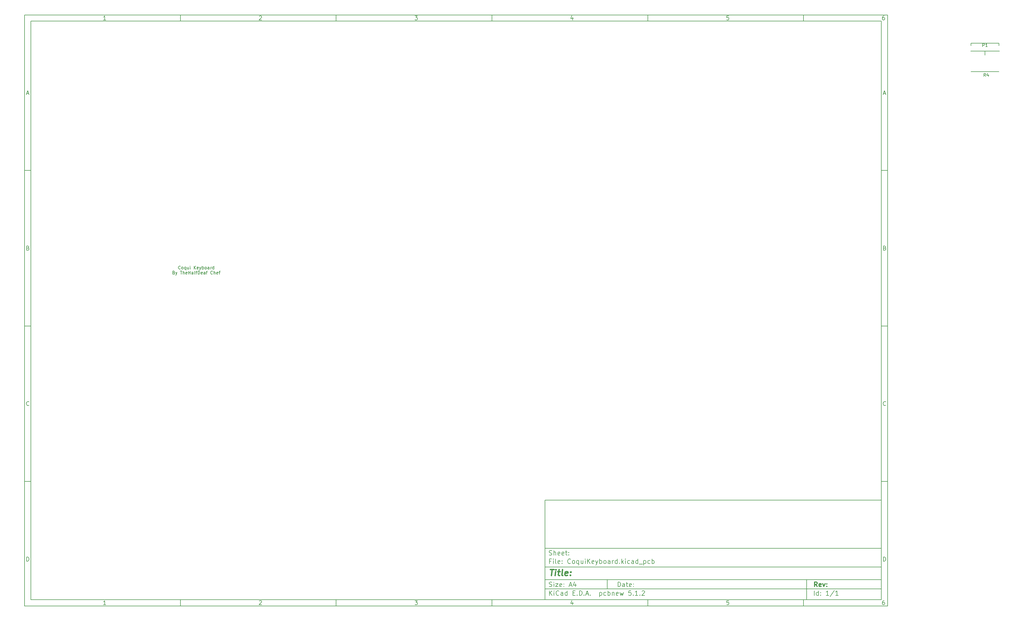
<source format=gbr>
%TF.GenerationSoftware,KiCad,Pcbnew,5.1.2*%
%TF.CreationDate,2019-06-09T19:24:23-04:00*%
%TF.ProjectId,CoquiKeyboard,436f7175-694b-4657-9962-6f6172642e6b,rev?*%
%TF.SameCoordinates,Original*%
%TF.FileFunction,Legend,Top*%
%TF.FilePolarity,Positive*%
%FSLAX46Y46*%
G04 Gerber Fmt 4.6, Leading zero omitted, Abs format (unit mm)*
G04 Created by KiCad (PCBNEW 5.1.2) date 2019-06-09 19:24:23*
%MOMM*%
%LPD*%
G04 APERTURE LIST*
%ADD10C,0.100000*%
%ADD11C,0.150000*%
%ADD12C,0.300000*%
%ADD13C,0.400000*%
G04 APERTURE END LIST*
D10*
D11*
X177002200Y-166007200D02*
X177002200Y-198007200D01*
X285002200Y-198007200D01*
X285002200Y-166007200D01*
X177002200Y-166007200D01*
D10*
D11*
X10000000Y-10000000D02*
X10000000Y-200007200D01*
X287002200Y-200007200D01*
X287002200Y-10000000D01*
X10000000Y-10000000D01*
D10*
D11*
X12000000Y-12000000D02*
X12000000Y-198007200D01*
X285002200Y-198007200D01*
X285002200Y-12000000D01*
X12000000Y-12000000D01*
D10*
D11*
X60000000Y-12000000D02*
X60000000Y-10000000D01*
D10*
D11*
X110000000Y-12000000D02*
X110000000Y-10000000D01*
D10*
D11*
X160000000Y-12000000D02*
X160000000Y-10000000D01*
D10*
D11*
X210000000Y-12000000D02*
X210000000Y-10000000D01*
D10*
D11*
X260000000Y-12000000D02*
X260000000Y-10000000D01*
D10*
D11*
X36065476Y-11588095D02*
X35322619Y-11588095D01*
X35694047Y-11588095D02*
X35694047Y-10288095D01*
X35570238Y-10473809D01*
X35446428Y-10597619D01*
X35322619Y-10659523D01*
D10*
D11*
X85322619Y-10411904D02*
X85384523Y-10350000D01*
X85508333Y-10288095D01*
X85817857Y-10288095D01*
X85941666Y-10350000D01*
X86003571Y-10411904D01*
X86065476Y-10535714D01*
X86065476Y-10659523D01*
X86003571Y-10845238D01*
X85260714Y-11588095D01*
X86065476Y-11588095D01*
D10*
D11*
X135260714Y-10288095D02*
X136065476Y-10288095D01*
X135632142Y-10783333D01*
X135817857Y-10783333D01*
X135941666Y-10845238D01*
X136003571Y-10907142D01*
X136065476Y-11030952D01*
X136065476Y-11340476D01*
X136003571Y-11464285D01*
X135941666Y-11526190D01*
X135817857Y-11588095D01*
X135446428Y-11588095D01*
X135322619Y-11526190D01*
X135260714Y-11464285D01*
D10*
D11*
X185941666Y-10721428D02*
X185941666Y-11588095D01*
X185632142Y-10226190D02*
X185322619Y-11154761D01*
X186127380Y-11154761D01*
D10*
D11*
X236003571Y-10288095D02*
X235384523Y-10288095D01*
X235322619Y-10907142D01*
X235384523Y-10845238D01*
X235508333Y-10783333D01*
X235817857Y-10783333D01*
X235941666Y-10845238D01*
X236003571Y-10907142D01*
X236065476Y-11030952D01*
X236065476Y-11340476D01*
X236003571Y-11464285D01*
X235941666Y-11526190D01*
X235817857Y-11588095D01*
X235508333Y-11588095D01*
X235384523Y-11526190D01*
X235322619Y-11464285D01*
D10*
D11*
X285941666Y-10288095D02*
X285694047Y-10288095D01*
X285570238Y-10350000D01*
X285508333Y-10411904D01*
X285384523Y-10597619D01*
X285322619Y-10845238D01*
X285322619Y-11340476D01*
X285384523Y-11464285D01*
X285446428Y-11526190D01*
X285570238Y-11588095D01*
X285817857Y-11588095D01*
X285941666Y-11526190D01*
X286003571Y-11464285D01*
X286065476Y-11340476D01*
X286065476Y-11030952D01*
X286003571Y-10907142D01*
X285941666Y-10845238D01*
X285817857Y-10783333D01*
X285570238Y-10783333D01*
X285446428Y-10845238D01*
X285384523Y-10907142D01*
X285322619Y-11030952D01*
D10*
D11*
X60000000Y-198007200D02*
X60000000Y-200007200D01*
D10*
D11*
X110000000Y-198007200D02*
X110000000Y-200007200D01*
D10*
D11*
X160000000Y-198007200D02*
X160000000Y-200007200D01*
D10*
D11*
X210000000Y-198007200D02*
X210000000Y-200007200D01*
D10*
D11*
X260000000Y-198007200D02*
X260000000Y-200007200D01*
D10*
D11*
X36065476Y-199595295D02*
X35322619Y-199595295D01*
X35694047Y-199595295D02*
X35694047Y-198295295D01*
X35570238Y-198481009D01*
X35446428Y-198604819D01*
X35322619Y-198666723D01*
D10*
D11*
X85322619Y-198419104D02*
X85384523Y-198357200D01*
X85508333Y-198295295D01*
X85817857Y-198295295D01*
X85941666Y-198357200D01*
X86003571Y-198419104D01*
X86065476Y-198542914D01*
X86065476Y-198666723D01*
X86003571Y-198852438D01*
X85260714Y-199595295D01*
X86065476Y-199595295D01*
D10*
D11*
X135260714Y-198295295D02*
X136065476Y-198295295D01*
X135632142Y-198790533D01*
X135817857Y-198790533D01*
X135941666Y-198852438D01*
X136003571Y-198914342D01*
X136065476Y-199038152D01*
X136065476Y-199347676D01*
X136003571Y-199471485D01*
X135941666Y-199533390D01*
X135817857Y-199595295D01*
X135446428Y-199595295D01*
X135322619Y-199533390D01*
X135260714Y-199471485D01*
D10*
D11*
X185941666Y-198728628D02*
X185941666Y-199595295D01*
X185632142Y-198233390D02*
X185322619Y-199161961D01*
X186127380Y-199161961D01*
D10*
D11*
X236003571Y-198295295D02*
X235384523Y-198295295D01*
X235322619Y-198914342D01*
X235384523Y-198852438D01*
X235508333Y-198790533D01*
X235817857Y-198790533D01*
X235941666Y-198852438D01*
X236003571Y-198914342D01*
X236065476Y-199038152D01*
X236065476Y-199347676D01*
X236003571Y-199471485D01*
X235941666Y-199533390D01*
X235817857Y-199595295D01*
X235508333Y-199595295D01*
X235384523Y-199533390D01*
X235322619Y-199471485D01*
D10*
D11*
X285941666Y-198295295D02*
X285694047Y-198295295D01*
X285570238Y-198357200D01*
X285508333Y-198419104D01*
X285384523Y-198604819D01*
X285322619Y-198852438D01*
X285322619Y-199347676D01*
X285384523Y-199471485D01*
X285446428Y-199533390D01*
X285570238Y-199595295D01*
X285817857Y-199595295D01*
X285941666Y-199533390D01*
X286003571Y-199471485D01*
X286065476Y-199347676D01*
X286065476Y-199038152D01*
X286003571Y-198914342D01*
X285941666Y-198852438D01*
X285817857Y-198790533D01*
X285570238Y-198790533D01*
X285446428Y-198852438D01*
X285384523Y-198914342D01*
X285322619Y-199038152D01*
D10*
D11*
X10000000Y-60000000D02*
X12000000Y-60000000D01*
D10*
D11*
X10000000Y-110000000D02*
X12000000Y-110000000D01*
D10*
D11*
X10000000Y-160000000D02*
X12000000Y-160000000D01*
D10*
D11*
X10690476Y-35216666D02*
X11309523Y-35216666D01*
X10566666Y-35588095D02*
X11000000Y-34288095D01*
X11433333Y-35588095D01*
D10*
D11*
X11092857Y-84907142D02*
X11278571Y-84969047D01*
X11340476Y-85030952D01*
X11402380Y-85154761D01*
X11402380Y-85340476D01*
X11340476Y-85464285D01*
X11278571Y-85526190D01*
X11154761Y-85588095D01*
X10659523Y-85588095D01*
X10659523Y-84288095D01*
X11092857Y-84288095D01*
X11216666Y-84350000D01*
X11278571Y-84411904D01*
X11340476Y-84535714D01*
X11340476Y-84659523D01*
X11278571Y-84783333D01*
X11216666Y-84845238D01*
X11092857Y-84907142D01*
X10659523Y-84907142D01*
D10*
D11*
X11402380Y-135464285D02*
X11340476Y-135526190D01*
X11154761Y-135588095D01*
X11030952Y-135588095D01*
X10845238Y-135526190D01*
X10721428Y-135402380D01*
X10659523Y-135278571D01*
X10597619Y-135030952D01*
X10597619Y-134845238D01*
X10659523Y-134597619D01*
X10721428Y-134473809D01*
X10845238Y-134350000D01*
X11030952Y-134288095D01*
X11154761Y-134288095D01*
X11340476Y-134350000D01*
X11402380Y-134411904D01*
D10*
D11*
X10659523Y-185588095D02*
X10659523Y-184288095D01*
X10969047Y-184288095D01*
X11154761Y-184350000D01*
X11278571Y-184473809D01*
X11340476Y-184597619D01*
X11402380Y-184845238D01*
X11402380Y-185030952D01*
X11340476Y-185278571D01*
X11278571Y-185402380D01*
X11154761Y-185526190D01*
X10969047Y-185588095D01*
X10659523Y-185588095D01*
D10*
D11*
X287002200Y-60000000D02*
X285002200Y-60000000D01*
D10*
D11*
X287002200Y-110000000D02*
X285002200Y-110000000D01*
D10*
D11*
X287002200Y-160000000D02*
X285002200Y-160000000D01*
D10*
D11*
X285692676Y-35216666D02*
X286311723Y-35216666D01*
X285568866Y-35588095D02*
X286002200Y-34288095D01*
X286435533Y-35588095D01*
D10*
D11*
X286095057Y-84907142D02*
X286280771Y-84969047D01*
X286342676Y-85030952D01*
X286404580Y-85154761D01*
X286404580Y-85340476D01*
X286342676Y-85464285D01*
X286280771Y-85526190D01*
X286156961Y-85588095D01*
X285661723Y-85588095D01*
X285661723Y-84288095D01*
X286095057Y-84288095D01*
X286218866Y-84350000D01*
X286280771Y-84411904D01*
X286342676Y-84535714D01*
X286342676Y-84659523D01*
X286280771Y-84783333D01*
X286218866Y-84845238D01*
X286095057Y-84907142D01*
X285661723Y-84907142D01*
D10*
D11*
X286404580Y-135464285D02*
X286342676Y-135526190D01*
X286156961Y-135588095D01*
X286033152Y-135588095D01*
X285847438Y-135526190D01*
X285723628Y-135402380D01*
X285661723Y-135278571D01*
X285599819Y-135030952D01*
X285599819Y-134845238D01*
X285661723Y-134597619D01*
X285723628Y-134473809D01*
X285847438Y-134350000D01*
X286033152Y-134288095D01*
X286156961Y-134288095D01*
X286342676Y-134350000D01*
X286404580Y-134411904D01*
D10*
D11*
X285661723Y-185588095D02*
X285661723Y-184288095D01*
X285971247Y-184288095D01*
X286156961Y-184350000D01*
X286280771Y-184473809D01*
X286342676Y-184597619D01*
X286404580Y-184845238D01*
X286404580Y-185030952D01*
X286342676Y-185278571D01*
X286280771Y-185402380D01*
X286156961Y-185526190D01*
X285971247Y-185588095D01*
X285661723Y-185588095D01*
D10*
D11*
X200434342Y-193785771D02*
X200434342Y-192285771D01*
X200791485Y-192285771D01*
X201005771Y-192357200D01*
X201148628Y-192500057D01*
X201220057Y-192642914D01*
X201291485Y-192928628D01*
X201291485Y-193142914D01*
X201220057Y-193428628D01*
X201148628Y-193571485D01*
X201005771Y-193714342D01*
X200791485Y-193785771D01*
X200434342Y-193785771D01*
X202577200Y-193785771D02*
X202577200Y-193000057D01*
X202505771Y-192857200D01*
X202362914Y-192785771D01*
X202077200Y-192785771D01*
X201934342Y-192857200D01*
X202577200Y-193714342D02*
X202434342Y-193785771D01*
X202077200Y-193785771D01*
X201934342Y-193714342D01*
X201862914Y-193571485D01*
X201862914Y-193428628D01*
X201934342Y-193285771D01*
X202077200Y-193214342D01*
X202434342Y-193214342D01*
X202577200Y-193142914D01*
X203077200Y-192785771D02*
X203648628Y-192785771D01*
X203291485Y-192285771D02*
X203291485Y-193571485D01*
X203362914Y-193714342D01*
X203505771Y-193785771D01*
X203648628Y-193785771D01*
X204720057Y-193714342D02*
X204577200Y-193785771D01*
X204291485Y-193785771D01*
X204148628Y-193714342D01*
X204077200Y-193571485D01*
X204077200Y-193000057D01*
X204148628Y-192857200D01*
X204291485Y-192785771D01*
X204577200Y-192785771D01*
X204720057Y-192857200D01*
X204791485Y-193000057D01*
X204791485Y-193142914D01*
X204077200Y-193285771D01*
X205434342Y-193642914D02*
X205505771Y-193714342D01*
X205434342Y-193785771D01*
X205362914Y-193714342D01*
X205434342Y-193642914D01*
X205434342Y-193785771D01*
X205434342Y-192857200D02*
X205505771Y-192928628D01*
X205434342Y-193000057D01*
X205362914Y-192928628D01*
X205434342Y-192857200D01*
X205434342Y-193000057D01*
D10*
D11*
X177002200Y-194507200D02*
X285002200Y-194507200D01*
D10*
D11*
X178434342Y-196585771D02*
X178434342Y-195085771D01*
X179291485Y-196585771D02*
X178648628Y-195728628D01*
X179291485Y-195085771D02*
X178434342Y-195942914D01*
X179934342Y-196585771D02*
X179934342Y-195585771D01*
X179934342Y-195085771D02*
X179862914Y-195157200D01*
X179934342Y-195228628D01*
X180005771Y-195157200D01*
X179934342Y-195085771D01*
X179934342Y-195228628D01*
X181505771Y-196442914D02*
X181434342Y-196514342D01*
X181220057Y-196585771D01*
X181077200Y-196585771D01*
X180862914Y-196514342D01*
X180720057Y-196371485D01*
X180648628Y-196228628D01*
X180577200Y-195942914D01*
X180577200Y-195728628D01*
X180648628Y-195442914D01*
X180720057Y-195300057D01*
X180862914Y-195157200D01*
X181077200Y-195085771D01*
X181220057Y-195085771D01*
X181434342Y-195157200D01*
X181505771Y-195228628D01*
X182791485Y-196585771D02*
X182791485Y-195800057D01*
X182720057Y-195657200D01*
X182577200Y-195585771D01*
X182291485Y-195585771D01*
X182148628Y-195657200D01*
X182791485Y-196514342D02*
X182648628Y-196585771D01*
X182291485Y-196585771D01*
X182148628Y-196514342D01*
X182077200Y-196371485D01*
X182077200Y-196228628D01*
X182148628Y-196085771D01*
X182291485Y-196014342D01*
X182648628Y-196014342D01*
X182791485Y-195942914D01*
X184148628Y-196585771D02*
X184148628Y-195085771D01*
X184148628Y-196514342D02*
X184005771Y-196585771D01*
X183720057Y-196585771D01*
X183577200Y-196514342D01*
X183505771Y-196442914D01*
X183434342Y-196300057D01*
X183434342Y-195871485D01*
X183505771Y-195728628D01*
X183577200Y-195657200D01*
X183720057Y-195585771D01*
X184005771Y-195585771D01*
X184148628Y-195657200D01*
X186005771Y-195800057D02*
X186505771Y-195800057D01*
X186720057Y-196585771D02*
X186005771Y-196585771D01*
X186005771Y-195085771D01*
X186720057Y-195085771D01*
X187362914Y-196442914D02*
X187434342Y-196514342D01*
X187362914Y-196585771D01*
X187291485Y-196514342D01*
X187362914Y-196442914D01*
X187362914Y-196585771D01*
X188077200Y-196585771D02*
X188077200Y-195085771D01*
X188434342Y-195085771D01*
X188648628Y-195157200D01*
X188791485Y-195300057D01*
X188862914Y-195442914D01*
X188934342Y-195728628D01*
X188934342Y-195942914D01*
X188862914Y-196228628D01*
X188791485Y-196371485D01*
X188648628Y-196514342D01*
X188434342Y-196585771D01*
X188077200Y-196585771D01*
X189577200Y-196442914D02*
X189648628Y-196514342D01*
X189577200Y-196585771D01*
X189505771Y-196514342D01*
X189577200Y-196442914D01*
X189577200Y-196585771D01*
X190220057Y-196157200D02*
X190934342Y-196157200D01*
X190077200Y-196585771D02*
X190577200Y-195085771D01*
X191077200Y-196585771D01*
X191577200Y-196442914D02*
X191648628Y-196514342D01*
X191577200Y-196585771D01*
X191505771Y-196514342D01*
X191577200Y-196442914D01*
X191577200Y-196585771D01*
X194577200Y-195585771D02*
X194577200Y-197085771D01*
X194577200Y-195657200D02*
X194720057Y-195585771D01*
X195005771Y-195585771D01*
X195148628Y-195657200D01*
X195220057Y-195728628D01*
X195291485Y-195871485D01*
X195291485Y-196300057D01*
X195220057Y-196442914D01*
X195148628Y-196514342D01*
X195005771Y-196585771D01*
X194720057Y-196585771D01*
X194577200Y-196514342D01*
X196577200Y-196514342D02*
X196434342Y-196585771D01*
X196148628Y-196585771D01*
X196005771Y-196514342D01*
X195934342Y-196442914D01*
X195862914Y-196300057D01*
X195862914Y-195871485D01*
X195934342Y-195728628D01*
X196005771Y-195657200D01*
X196148628Y-195585771D01*
X196434342Y-195585771D01*
X196577200Y-195657200D01*
X197220057Y-196585771D02*
X197220057Y-195085771D01*
X197220057Y-195657200D02*
X197362914Y-195585771D01*
X197648628Y-195585771D01*
X197791485Y-195657200D01*
X197862914Y-195728628D01*
X197934342Y-195871485D01*
X197934342Y-196300057D01*
X197862914Y-196442914D01*
X197791485Y-196514342D01*
X197648628Y-196585771D01*
X197362914Y-196585771D01*
X197220057Y-196514342D01*
X198577200Y-195585771D02*
X198577200Y-196585771D01*
X198577200Y-195728628D02*
X198648628Y-195657200D01*
X198791485Y-195585771D01*
X199005771Y-195585771D01*
X199148628Y-195657200D01*
X199220057Y-195800057D01*
X199220057Y-196585771D01*
X200505771Y-196514342D02*
X200362914Y-196585771D01*
X200077200Y-196585771D01*
X199934342Y-196514342D01*
X199862914Y-196371485D01*
X199862914Y-195800057D01*
X199934342Y-195657200D01*
X200077200Y-195585771D01*
X200362914Y-195585771D01*
X200505771Y-195657200D01*
X200577200Y-195800057D01*
X200577200Y-195942914D01*
X199862914Y-196085771D01*
X201077200Y-195585771D02*
X201362914Y-196585771D01*
X201648628Y-195871485D01*
X201934342Y-196585771D01*
X202220057Y-195585771D01*
X204648628Y-195085771D02*
X203934342Y-195085771D01*
X203862914Y-195800057D01*
X203934342Y-195728628D01*
X204077200Y-195657200D01*
X204434342Y-195657200D01*
X204577200Y-195728628D01*
X204648628Y-195800057D01*
X204720057Y-195942914D01*
X204720057Y-196300057D01*
X204648628Y-196442914D01*
X204577200Y-196514342D01*
X204434342Y-196585771D01*
X204077200Y-196585771D01*
X203934342Y-196514342D01*
X203862914Y-196442914D01*
X205362914Y-196442914D02*
X205434342Y-196514342D01*
X205362914Y-196585771D01*
X205291485Y-196514342D01*
X205362914Y-196442914D01*
X205362914Y-196585771D01*
X206862914Y-196585771D02*
X206005771Y-196585771D01*
X206434342Y-196585771D02*
X206434342Y-195085771D01*
X206291485Y-195300057D01*
X206148628Y-195442914D01*
X206005771Y-195514342D01*
X207505771Y-196442914D02*
X207577200Y-196514342D01*
X207505771Y-196585771D01*
X207434342Y-196514342D01*
X207505771Y-196442914D01*
X207505771Y-196585771D01*
X208148628Y-195228628D02*
X208220057Y-195157200D01*
X208362914Y-195085771D01*
X208720057Y-195085771D01*
X208862914Y-195157200D01*
X208934342Y-195228628D01*
X209005771Y-195371485D01*
X209005771Y-195514342D01*
X208934342Y-195728628D01*
X208077200Y-196585771D01*
X209005771Y-196585771D01*
D10*
D11*
X177002200Y-191507200D02*
X285002200Y-191507200D01*
D10*
D12*
X264411485Y-193785771D02*
X263911485Y-193071485D01*
X263554342Y-193785771D02*
X263554342Y-192285771D01*
X264125771Y-192285771D01*
X264268628Y-192357200D01*
X264340057Y-192428628D01*
X264411485Y-192571485D01*
X264411485Y-192785771D01*
X264340057Y-192928628D01*
X264268628Y-193000057D01*
X264125771Y-193071485D01*
X263554342Y-193071485D01*
X265625771Y-193714342D02*
X265482914Y-193785771D01*
X265197200Y-193785771D01*
X265054342Y-193714342D01*
X264982914Y-193571485D01*
X264982914Y-193000057D01*
X265054342Y-192857200D01*
X265197200Y-192785771D01*
X265482914Y-192785771D01*
X265625771Y-192857200D01*
X265697200Y-193000057D01*
X265697200Y-193142914D01*
X264982914Y-193285771D01*
X266197200Y-192785771D02*
X266554342Y-193785771D01*
X266911485Y-192785771D01*
X267482914Y-193642914D02*
X267554342Y-193714342D01*
X267482914Y-193785771D01*
X267411485Y-193714342D01*
X267482914Y-193642914D01*
X267482914Y-193785771D01*
X267482914Y-192857200D02*
X267554342Y-192928628D01*
X267482914Y-193000057D01*
X267411485Y-192928628D01*
X267482914Y-192857200D01*
X267482914Y-193000057D01*
D10*
D11*
X178362914Y-193714342D02*
X178577200Y-193785771D01*
X178934342Y-193785771D01*
X179077200Y-193714342D01*
X179148628Y-193642914D01*
X179220057Y-193500057D01*
X179220057Y-193357200D01*
X179148628Y-193214342D01*
X179077200Y-193142914D01*
X178934342Y-193071485D01*
X178648628Y-193000057D01*
X178505771Y-192928628D01*
X178434342Y-192857200D01*
X178362914Y-192714342D01*
X178362914Y-192571485D01*
X178434342Y-192428628D01*
X178505771Y-192357200D01*
X178648628Y-192285771D01*
X179005771Y-192285771D01*
X179220057Y-192357200D01*
X179862914Y-193785771D02*
X179862914Y-192785771D01*
X179862914Y-192285771D02*
X179791485Y-192357200D01*
X179862914Y-192428628D01*
X179934342Y-192357200D01*
X179862914Y-192285771D01*
X179862914Y-192428628D01*
X180434342Y-192785771D02*
X181220057Y-192785771D01*
X180434342Y-193785771D01*
X181220057Y-193785771D01*
X182362914Y-193714342D02*
X182220057Y-193785771D01*
X181934342Y-193785771D01*
X181791485Y-193714342D01*
X181720057Y-193571485D01*
X181720057Y-193000057D01*
X181791485Y-192857200D01*
X181934342Y-192785771D01*
X182220057Y-192785771D01*
X182362914Y-192857200D01*
X182434342Y-193000057D01*
X182434342Y-193142914D01*
X181720057Y-193285771D01*
X183077200Y-193642914D02*
X183148628Y-193714342D01*
X183077200Y-193785771D01*
X183005771Y-193714342D01*
X183077200Y-193642914D01*
X183077200Y-193785771D01*
X183077200Y-192857200D02*
X183148628Y-192928628D01*
X183077200Y-193000057D01*
X183005771Y-192928628D01*
X183077200Y-192857200D01*
X183077200Y-193000057D01*
X184862914Y-193357200D02*
X185577200Y-193357200D01*
X184720057Y-193785771D02*
X185220057Y-192285771D01*
X185720057Y-193785771D01*
X186862914Y-192785771D02*
X186862914Y-193785771D01*
X186505771Y-192214342D02*
X186148628Y-193285771D01*
X187077200Y-193285771D01*
D10*
D11*
X263434342Y-196585771D02*
X263434342Y-195085771D01*
X264791485Y-196585771D02*
X264791485Y-195085771D01*
X264791485Y-196514342D02*
X264648628Y-196585771D01*
X264362914Y-196585771D01*
X264220057Y-196514342D01*
X264148628Y-196442914D01*
X264077200Y-196300057D01*
X264077200Y-195871485D01*
X264148628Y-195728628D01*
X264220057Y-195657200D01*
X264362914Y-195585771D01*
X264648628Y-195585771D01*
X264791485Y-195657200D01*
X265505771Y-196442914D02*
X265577200Y-196514342D01*
X265505771Y-196585771D01*
X265434342Y-196514342D01*
X265505771Y-196442914D01*
X265505771Y-196585771D01*
X265505771Y-195657200D02*
X265577200Y-195728628D01*
X265505771Y-195800057D01*
X265434342Y-195728628D01*
X265505771Y-195657200D01*
X265505771Y-195800057D01*
X268148628Y-196585771D02*
X267291485Y-196585771D01*
X267720057Y-196585771D02*
X267720057Y-195085771D01*
X267577200Y-195300057D01*
X267434342Y-195442914D01*
X267291485Y-195514342D01*
X269862914Y-195014342D02*
X268577200Y-196942914D01*
X271148628Y-196585771D02*
X270291485Y-196585771D01*
X270720057Y-196585771D02*
X270720057Y-195085771D01*
X270577200Y-195300057D01*
X270434342Y-195442914D01*
X270291485Y-195514342D01*
D10*
D11*
X177002200Y-187507200D02*
X285002200Y-187507200D01*
D10*
D13*
X178714580Y-188211961D02*
X179857438Y-188211961D01*
X179036009Y-190211961D02*
X179286009Y-188211961D01*
X180274104Y-190211961D02*
X180440771Y-188878628D01*
X180524104Y-188211961D02*
X180416961Y-188307200D01*
X180500295Y-188402438D01*
X180607438Y-188307200D01*
X180524104Y-188211961D01*
X180500295Y-188402438D01*
X181107438Y-188878628D02*
X181869342Y-188878628D01*
X181476485Y-188211961D02*
X181262200Y-189926247D01*
X181333628Y-190116723D01*
X181512200Y-190211961D01*
X181702676Y-190211961D01*
X182655057Y-190211961D02*
X182476485Y-190116723D01*
X182405057Y-189926247D01*
X182619342Y-188211961D01*
X184190771Y-190116723D02*
X183988390Y-190211961D01*
X183607438Y-190211961D01*
X183428866Y-190116723D01*
X183357438Y-189926247D01*
X183452676Y-189164342D01*
X183571723Y-188973866D01*
X183774104Y-188878628D01*
X184155057Y-188878628D01*
X184333628Y-188973866D01*
X184405057Y-189164342D01*
X184381247Y-189354819D01*
X183405057Y-189545295D01*
X185155057Y-190021485D02*
X185238390Y-190116723D01*
X185131247Y-190211961D01*
X185047914Y-190116723D01*
X185155057Y-190021485D01*
X185131247Y-190211961D01*
X185286009Y-188973866D02*
X185369342Y-189069104D01*
X185262200Y-189164342D01*
X185178866Y-189069104D01*
X185286009Y-188973866D01*
X185262200Y-189164342D01*
D10*
D11*
X178934342Y-185600057D02*
X178434342Y-185600057D01*
X178434342Y-186385771D02*
X178434342Y-184885771D01*
X179148628Y-184885771D01*
X179720057Y-186385771D02*
X179720057Y-185385771D01*
X179720057Y-184885771D02*
X179648628Y-184957200D01*
X179720057Y-185028628D01*
X179791485Y-184957200D01*
X179720057Y-184885771D01*
X179720057Y-185028628D01*
X180648628Y-186385771D02*
X180505771Y-186314342D01*
X180434342Y-186171485D01*
X180434342Y-184885771D01*
X181791485Y-186314342D02*
X181648628Y-186385771D01*
X181362914Y-186385771D01*
X181220057Y-186314342D01*
X181148628Y-186171485D01*
X181148628Y-185600057D01*
X181220057Y-185457200D01*
X181362914Y-185385771D01*
X181648628Y-185385771D01*
X181791485Y-185457200D01*
X181862914Y-185600057D01*
X181862914Y-185742914D01*
X181148628Y-185885771D01*
X182505771Y-186242914D02*
X182577200Y-186314342D01*
X182505771Y-186385771D01*
X182434342Y-186314342D01*
X182505771Y-186242914D01*
X182505771Y-186385771D01*
X182505771Y-185457200D02*
X182577200Y-185528628D01*
X182505771Y-185600057D01*
X182434342Y-185528628D01*
X182505771Y-185457200D01*
X182505771Y-185600057D01*
X185220057Y-186242914D02*
X185148628Y-186314342D01*
X184934342Y-186385771D01*
X184791485Y-186385771D01*
X184577200Y-186314342D01*
X184434342Y-186171485D01*
X184362914Y-186028628D01*
X184291485Y-185742914D01*
X184291485Y-185528628D01*
X184362914Y-185242914D01*
X184434342Y-185100057D01*
X184577200Y-184957200D01*
X184791485Y-184885771D01*
X184934342Y-184885771D01*
X185148628Y-184957200D01*
X185220057Y-185028628D01*
X186077200Y-186385771D02*
X185934342Y-186314342D01*
X185862914Y-186242914D01*
X185791485Y-186100057D01*
X185791485Y-185671485D01*
X185862914Y-185528628D01*
X185934342Y-185457200D01*
X186077200Y-185385771D01*
X186291485Y-185385771D01*
X186434342Y-185457200D01*
X186505771Y-185528628D01*
X186577200Y-185671485D01*
X186577200Y-186100057D01*
X186505771Y-186242914D01*
X186434342Y-186314342D01*
X186291485Y-186385771D01*
X186077200Y-186385771D01*
X187862914Y-185385771D02*
X187862914Y-186885771D01*
X187862914Y-186314342D02*
X187720057Y-186385771D01*
X187434342Y-186385771D01*
X187291485Y-186314342D01*
X187220057Y-186242914D01*
X187148628Y-186100057D01*
X187148628Y-185671485D01*
X187220057Y-185528628D01*
X187291485Y-185457200D01*
X187434342Y-185385771D01*
X187720057Y-185385771D01*
X187862914Y-185457200D01*
X189220057Y-185385771D02*
X189220057Y-186385771D01*
X188577200Y-185385771D02*
X188577200Y-186171485D01*
X188648628Y-186314342D01*
X188791485Y-186385771D01*
X189005771Y-186385771D01*
X189148628Y-186314342D01*
X189220057Y-186242914D01*
X189934342Y-186385771D02*
X189934342Y-185385771D01*
X189934342Y-184885771D02*
X189862914Y-184957200D01*
X189934342Y-185028628D01*
X190005771Y-184957200D01*
X189934342Y-184885771D01*
X189934342Y-185028628D01*
X190648628Y-186385771D02*
X190648628Y-184885771D01*
X191505771Y-186385771D02*
X190862914Y-185528628D01*
X191505771Y-184885771D02*
X190648628Y-185742914D01*
X192720057Y-186314342D02*
X192577200Y-186385771D01*
X192291485Y-186385771D01*
X192148628Y-186314342D01*
X192077200Y-186171485D01*
X192077200Y-185600057D01*
X192148628Y-185457200D01*
X192291485Y-185385771D01*
X192577200Y-185385771D01*
X192720057Y-185457200D01*
X192791485Y-185600057D01*
X192791485Y-185742914D01*
X192077200Y-185885771D01*
X193291485Y-185385771D02*
X193648628Y-186385771D01*
X194005771Y-185385771D02*
X193648628Y-186385771D01*
X193505771Y-186742914D01*
X193434342Y-186814342D01*
X193291485Y-186885771D01*
X194577200Y-186385771D02*
X194577200Y-184885771D01*
X194577200Y-185457200D02*
X194720057Y-185385771D01*
X195005771Y-185385771D01*
X195148628Y-185457200D01*
X195220057Y-185528628D01*
X195291485Y-185671485D01*
X195291485Y-186100057D01*
X195220057Y-186242914D01*
X195148628Y-186314342D01*
X195005771Y-186385771D01*
X194720057Y-186385771D01*
X194577200Y-186314342D01*
X196148628Y-186385771D02*
X196005771Y-186314342D01*
X195934342Y-186242914D01*
X195862914Y-186100057D01*
X195862914Y-185671485D01*
X195934342Y-185528628D01*
X196005771Y-185457200D01*
X196148628Y-185385771D01*
X196362914Y-185385771D01*
X196505771Y-185457200D01*
X196577200Y-185528628D01*
X196648628Y-185671485D01*
X196648628Y-186100057D01*
X196577200Y-186242914D01*
X196505771Y-186314342D01*
X196362914Y-186385771D01*
X196148628Y-186385771D01*
X197934342Y-186385771D02*
X197934342Y-185600057D01*
X197862914Y-185457200D01*
X197720057Y-185385771D01*
X197434342Y-185385771D01*
X197291485Y-185457200D01*
X197934342Y-186314342D02*
X197791485Y-186385771D01*
X197434342Y-186385771D01*
X197291485Y-186314342D01*
X197220057Y-186171485D01*
X197220057Y-186028628D01*
X197291485Y-185885771D01*
X197434342Y-185814342D01*
X197791485Y-185814342D01*
X197934342Y-185742914D01*
X198648628Y-186385771D02*
X198648628Y-185385771D01*
X198648628Y-185671485D02*
X198720057Y-185528628D01*
X198791485Y-185457200D01*
X198934342Y-185385771D01*
X199077200Y-185385771D01*
X200220057Y-186385771D02*
X200220057Y-184885771D01*
X200220057Y-186314342D02*
X200077200Y-186385771D01*
X199791485Y-186385771D01*
X199648628Y-186314342D01*
X199577200Y-186242914D01*
X199505771Y-186100057D01*
X199505771Y-185671485D01*
X199577200Y-185528628D01*
X199648628Y-185457200D01*
X199791485Y-185385771D01*
X200077200Y-185385771D01*
X200220057Y-185457200D01*
X200934342Y-186242914D02*
X201005771Y-186314342D01*
X200934342Y-186385771D01*
X200862914Y-186314342D01*
X200934342Y-186242914D01*
X200934342Y-186385771D01*
X201648628Y-186385771D02*
X201648628Y-184885771D01*
X201791485Y-185814342D02*
X202220057Y-186385771D01*
X202220057Y-185385771D02*
X201648628Y-185957200D01*
X202862914Y-186385771D02*
X202862914Y-185385771D01*
X202862914Y-184885771D02*
X202791485Y-184957200D01*
X202862914Y-185028628D01*
X202934342Y-184957200D01*
X202862914Y-184885771D01*
X202862914Y-185028628D01*
X204220057Y-186314342D02*
X204077200Y-186385771D01*
X203791485Y-186385771D01*
X203648628Y-186314342D01*
X203577200Y-186242914D01*
X203505771Y-186100057D01*
X203505771Y-185671485D01*
X203577200Y-185528628D01*
X203648628Y-185457200D01*
X203791485Y-185385771D01*
X204077200Y-185385771D01*
X204220057Y-185457200D01*
X205505771Y-186385771D02*
X205505771Y-185600057D01*
X205434342Y-185457200D01*
X205291485Y-185385771D01*
X205005771Y-185385771D01*
X204862914Y-185457200D01*
X205505771Y-186314342D02*
X205362914Y-186385771D01*
X205005771Y-186385771D01*
X204862914Y-186314342D01*
X204791485Y-186171485D01*
X204791485Y-186028628D01*
X204862914Y-185885771D01*
X205005771Y-185814342D01*
X205362914Y-185814342D01*
X205505771Y-185742914D01*
X206862914Y-186385771D02*
X206862914Y-184885771D01*
X206862914Y-186314342D02*
X206720057Y-186385771D01*
X206434342Y-186385771D01*
X206291485Y-186314342D01*
X206220057Y-186242914D01*
X206148628Y-186100057D01*
X206148628Y-185671485D01*
X206220057Y-185528628D01*
X206291485Y-185457200D01*
X206434342Y-185385771D01*
X206720057Y-185385771D01*
X206862914Y-185457200D01*
X207220057Y-186528628D02*
X208362914Y-186528628D01*
X208720057Y-185385771D02*
X208720057Y-186885771D01*
X208720057Y-185457200D02*
X208862914Y-185385771D01*
X209148628Y-185385771D01*
X209291485Y-185457200D01*
X209362914Y-185528628D01*
X209434342Y-185671485D01*
X209434342Y-186100057D01*
X209362914Y-186242914D01*
X209291485Y-186314342D01*
X209148628Y-186385771D01*
X208862914Y-186385771D01*
X208720057Y-186314342D01*
X210720057Y-186314342D02*
X210577200Y-186385771D01*
X210291485Y-186385771D01*
X210148628Y-186314342D01*
X210077200Y-186242914D01*
X210005771Y-186100057D01*
X210005771Y-185671485D01*
X210077200Y-185528628D01*
X210148628Y-185457200D01*
X210291485Y-185385771D01*
X210577200Y-185385771D01*
X210720057Y-185457200D01*
X211362914Y-186385771D02*
X211362914Y-184885771D01*
X211362914Y-185457200D02*
X211505771Y-185385771D01*
X211791485Y-185385771D01*
X211934342Y-185457200D01*
X212005771Y-185528628D01*
X212077200Y-185671485D01*
X212077200Y-186100057D01*
X212005771Y-186242914D01*
X211934342Y-186314342D01*
X211791485Y-186385771D01*
X211505771Y-186385771D01*
X211362914Y-186314342D01*
D10*
D11*
X177002200Y-181507200D02*
X285002200Y-181507200D01*
D10*
D11*
X178362914Y-183614342D02*
X178577200Y-183685771D01*
X178934342Y-183685771D01*
X179077200Y-183614342D01*
X179148628Y-183542914D01*
X179220057Y-183400057D01*
X179220057Y-183257200D01*
X179148628Y-183114342D01*
X179077200Y-183042914D01*
X178934342Y-182971485D01*
X178648628Y-182900057D01*
X178505771Y-182828628D01*
X178434342Y-182757200D01*
X178362914Y-182614342D01*
X178362914Y-182471485D01*
X178434342Y-182328628D01*
X178505771Y-182257200D01*
X178648628Y-182185771D01*
X179005771Y-182185771D01*
X179220057Y-182257200D01*
X179862914Y-183685771D02*
X179862914Y-182185771D01*
X180505771Y-183685771D02*
X180505771Y-182900057D01*
X180434342Y-182757200D01*
X180291485Y-182685771D01*
X180077200Y-182685771D01*
X179934342Y-182757200D01*
X179862914Y-182828628D01*
X181791485Y-183614342D02*
X181648628Y-183685771D01*
X181362914Y-183685771D01*
X181220057Y-183614342D01*
X181148628Y-183471485D01*
X181148628Y-182900057D01*
X181220057Y-182757200D01*
X181362914Y-182685771D01*
X181648628Y-182685771D01*
X181791485Y-182757200D01*
X181862914Y-182900057D01*
X181862914Y-183042914D01*
X181148628Y-183185771D01*
X183077200Y-183614342D02*
X182934342Y-183685771D01*
X182648628Y-183685771D01*
X182505771Y-183614342D01*
X182434342Y-183471485D01*
X182434342Y-182900057D01*
X182505771Y-182757200D01*
X182648628Y-182685771D01*
X182934342Y-182685771D01*
X183077200Y-182757200D01*
X183148628Y-182900057D01*
X183148628Y-183042914D01*
X182434342Y-183185771D01*
X183577200Y-182685771D02*
X184148628Y-182685771D01*
X183791485Y-182185771D02*
X183791485Y-183471485D01*
X183862914Y-183614342D01*
X184005771Y-183685771D01*
X184148628Y-183685771D01*
X184648628Y-183542914D02*
X184720057Y-183614342D01*
X184648628Y-183685771D01*
X184577200Y-183614342D01*
X184648628Y-183542914D01*
X184648628Y-183685771D01*
X184648628Y-182757200D02*
X184720057Y-182828628D01*
X184648628Y-182900057D01*
X184577200Y-182828628D01*
X184648628Y-182757200D01*
X184648628Y-182900057D01*
D10*
D11*
X197002200Y-191507200D02*
X197002200Y-194507200D01*
D10*
D11*
X261002200Y-191507200D02*
X261002200Y-198007200D01*
X59992261Y-91607142D02*
X59944642Y-91654761D01*
X59801785Y-91702380D01*
X59706547Y-91702380D01*
X59563690Y-91654761D01*
X59468452Y-91559523D01*
X59420833Y-91464285D01*
X59373214Y-91273809D01*
X59373214Y-91130952D01*
X59420833Y-90940476D01*
X59468452Y-90845238D01*
X59563690Y-90750000D01*
X59706547Y-90702380D01*
X59801785Y-90702380D01*
X59944642Y-90750000D01*
X59992261Y-90797619D01*
X60563690Y-91702380D02*
X60468452Y-91654761D01*
X60420833Y-91607142D01*
X60373214Y-91511904D01*
X60373214Y-91226190D01*
X60420833Y-91130952D01*
X60468452Y-91083333D01*
X60563690Y-91035714D01*
X60706547Y-91035714D01*
X60801785Y-91083333D01*
X60849404Y-91130952D01*
X60897023Y-91226190D01*
X60897023Y-91511904D01*
X60849404Y-91607142D01*
X60801785Y-91654761D01*
X60706547Y-91702380D01*
X60563690Y-91702380D01*
X61754166Y-91035714D02*
X61754166Y-92035714D01*
X61754166Y-91654761D02*
X61658928Y-91702380D01*
X61468452Y-91702380D01*
X61373214Y-91654761D01*
X61325595Y-91607142D01*
X61277976Y-91511904D01*
X61277976Y-91226190D01*
X61325595Y-91130952D01*
X61373214Y-91083333D01*
X61468452Y-91035714D01*
X61658928Y-91035714D01*
X61754166Y-91083333D01*
X62658928Y-91035714D02*
X62658928Y-91702380D01*
X62230357Y-91035714D02*
X62230357Y-91559523D01*
X62277976Y-91654761D01*
X62373214Y-91702380D01*
X62516071Y-91702380D01*
X62611309Y-91654761D01*
X62658928Y-91607142D01*
X63135119Y-91702380D02*
X63135119Y-91035714D01*
X63135119Y-90702380D02*
X63087500Y-90750000D01*
X63135119Y-90797619D01*
X63182738Y-90750000D01*
X63135119Y-90702380D01*
X63135119Y-90797619D01*
X64373214Y-91702380D02*
X64373214Y-90702380D01*
X64944642Y-91702380D02*
X64516071Y-91130952D01*
X64944642Y-90702380D02*
X64373214Y-91273809D01*
X65754166Y-91654761D02*
X65658928Y-91702380D01*
X65468452Y-91702380D01*
X65373214Y-91654761D01*
X65325595Y-91559523D01*
X65325595Y-91178571D01*
X65373214Y-91083333D01*
X65468452Y-91035714D01*
X65658928Y-91035714D01*
X65754166Y-91083333D01*
X65801785Y-91178571D01*
X65801785Y-91273809D01*
X65325595Y-91369047D01*
X66135119Y-91035714D02*
X66373214Y-91702380D01*
X66611309Y-91035714D02*
X66373214Y-91702380D01*
X66277976Y-91940476D01*
X66230357Y-91988095D01*
X66135119Y-92035714D01*
X66992261Y-91702380D02*
X66992261Y-90702380D01*
X66992261Y-91083333D02*
X67087500Y-91035714D01*
X67277976Y-91035714D01*
X67373214Y-91083333D01*
X67420833Y-91130952D01*
X67468452Y-91226190D01*
X67468452Y-91511904D01*
X67420833Y-91607142D01*
X67373214Y-91654761D01*
X67277976Y-91702380D01*
X67087500Y-91702380D01*
X66992261Y-91654761D01*
X68039880Y-91702380D02*
X67944642Y-91654761D01*
X67897023Y-91607142D01*
X67849404Y-91511904D01*
X67849404Y-91226190D01*
X67897023Y-91130952D01*
X67944642Y-91083333D01*
X68039880Y-91035714D01*
X68182738Y-91035714D01*
X68277976Y-91083333D01*
X68325595Y-91130952D01*
X68373214Y-91226190D01*
X68373214Y-91511904D01*
X68325595Y-91607142D01*
X68277976Y-91654761D01*
X68182738Y-91702380D01*
X68039880Y-91702380D01*
X69230357Y-91702380D02*
X69230357Y-91178571D01*
X69182738Y-91083333D01*
X69087500Y-91035714D01*
X68897023Y-91035714D01*
X68801785Y-91083333D01*
X69230357Y-91654761D02*
X69135119Y-91702380D01*
X68897023Y-91702380D01*
X68801785Y-91654761D01*
X68754166Y-91559523D01*
X68754166Y-91464285D01*
X68801785Y-91369047D01*
X68897023Y-91321428D01*
X69135119Y-91321428D01*
X69230357Y-91273809D01*
X69706547Y-91702380D02*
X69706547Y-91035714D01*
X69706547Y-91226190D02*
X69754166Y-91130952D01*
X69801785Y-91083333D01*
X69897023Y-91035714D01*
X69992261Y-91035714D01*
X70754166Y-91702380D02*
X70754166Y-90702380D01*
X70754166Y-91654761D02*
X70658928Y-91702380D01*
X70468452Y-91702380D01*
X70373214Y-91654761D01*
X70325595Y-91607142D01*
X70277976Y-91511904D01*
X70277976Y-91226190D01*
X70325595Y-91130952D01*
X70373214Y-91083333D01*
X70468452Y-91035714D01*
X70658928Y-91035714D01*
X70754166Y-91083333D01*
X57897023Y-92828571D02*
X58039880Y-92876190D01*
X58087500Y-92923809D01*
X58135119Y-93019047D01*
X58135119Y-93161904D01*
X58087500Y-93257142D01*
X58039880Y-93304761D01*
X57944642Y-93352380D01*
X57563690Y-93352380D01*
X57563690Y-92352380D01*
X57897023Y-92352380D01*
X57992261Y-92400000D01*
X58039880Y-92447619D01*
X58087500Y-92542857D01*
X58087500Y-92638095D01*
X58039880Y-92733333D01*
X57992261Y-92780952D01*
X57897023Y-92828571D01*
X57563690Y-92828571D01*
X58468452Y-92685714D02*
X58706547Y-93352380D01*
X58944642Y-92685714D02*
X58706547Y-93352380D01*
X58611309Y-93590476D01*
X58563690Y-93638095D01*
X58468452Y-93685714D01*
X59944642Y-92352380D02*
X60516071Y-92352380D01*
X60230357Y-93352380D02*
X60230357Y-92352380D01*
X60849404Y-93352380D02*
X60849404Y-92352380D01*
X61277976Y-93352380D02*
X61277976Y-92828571D01*
X61230357Y-92733333D01*
X61135119Y-92685714D01*
X60992261Y-92685714D01*
X60897023Y-92733333D01*
X60849404Y-92780952D01*
X62135119Y-93304761D02*
X62039880Y-93352380D01*
X61849404Y-93352380D01*
X61754166Y-93304761D01*
X61706547Y-93209523D01*
X61706547Y-92828571D01*
X61754166Y-92733333D01*
X61849404Y-92685714D01*
X62039880Y-92685714D01*
X62135119Y-92733333D01*
X62182738Y-92828571D01*
X62182738Y-92923809D01*
X61706547Y-93019047D01*
X62611309Y-93352380D02*
X62611309Y-92352380D01*
X62611309Y-92828571D02*
X63182738Y-92828571D01*
X63182738Y-93352380D02*
X63182738Y-92352380D01*
X64087500Y-93352380D02*
X64087500Y-92828571D01*
X64039880Y-92733333D01*
X63944642Y-92685714D01*
X63754166Y-92685714D01*
X63658928Y-92733333D01*
X64087500Y-93304761D02*
X63992261Y-93352380D01*
X63754166Y-93352380D01*
X63658928Y-93304761D01*
X63611309Y-93209523D01*
X63611309Y-93114285D01*
X63658928Y-93019047D01*
X63754166Y-92971428D01*
X63992261Y-92971428D01*
X64087500Y-92923809D01*
X64706547Y-93352380D02*
X64611309Y-93304761D01*
X64563690Y-93209523D01*
X64563690Y-92352380D01*
X64944642Y-92685714D02*
X65325595Y-92685714D01*
X65087500Y-93352380D02*
X65087500Y-92495238D01*
X65135119Y-92400000D01*
X65230357Y-92352380D01*
X65325595Y-92352380D01*
X65658928Y-93352380D02*
X65658928Y-92352380D01*
X65897023Y-92352380D01*
X66039880Y-92400000D01*
X66135119Y-92495238D01*
X66182738Y-92590476D01*
X66230357Y-92780952D01*
X66230357Y-92923809D01*
X66182738Y-93114285D01*
X66135119Y-93209523D01*
X66039880Y-93304761D01*
X65897023Y-93352380D01*
X65658928Y-93352380D01*
X67039880Y-93304761D02*
X66944642Y-93352380D01*
X66754166Y-93352380D01*
X66658928Y-93304761D01*
X66611309Y-93209523D01*
X66611309Y-92828571D01*
X66658928Y-92733333D01*
X66754166Y-92685714D01*
X66944642Y-92685714D01*
X67039880Y-92733333D01*
X67087500Y-92828571D01*
X67087500Y-92923809D01*
X66611309Y-93019047D01*
X67944642Y-93352380D02*
X67944642Y-92828571D01*
X67897023Y-92733333D01*
X67801785Y-92685714D01*
X67611309Y-92685714D01*
X67516071Y-92733333D01*
X67944642Y-93304761D02*
X67849404Y-93352380D01*
X67611309Y-93352380D01*
X67516071Y-93304761D01*
X67468452Y-93209523D01*
X67468452Y-93114285D01*
X67516071Y-93019047D01*
X67611309Y-92971428D01*
X67849404Y-92971428D01*
X67944642Y-92923809D01*
X68277976Y-92685714D02*
X68658928Y-92685714D01*
X68420833Y-93352380D02*
X68420833Y-92495238D01*
X68468452Y-92400000D01*
X68563690Y-92352380D01*
X68658928Y-92352380D01*
X70325595Y-93257142D02*
X70277976Y-93304761D01*
X70135119Y-93352380D01*
X70039880Y-93352380D01*
X69897023Y-93304761D01*
X69801785Y-93209523D01*
X69754166Y-93114285D01*
X69706547Y-92923809D01*
X69706547Y-92780952D01*
X69754166Y-92590476D01*
X69801785Y-92495238D01*
X69897023Y-92400000D01*
X70039880Y-92352380D01*
X70135119Y-92352380D01*
X70277976Y-92400000D01*
X70325595Y-92447619D01*
X70754166Y-93352380D02*
X70754166Y-92352380D01*
X71182738Y-93352380D02*
X71182738Y-92828571D01*
X71135119Y-92733333D01*
X71039880Y-92685714D01*
X70897023Y-92685714D01*
X70801785Y-92733333D01*
X70754166Y-92780952D01*
X72039880Y-93304761D02*
X71944642Y-93352380D01*
X71754166Y-93352380D01*
X71658928Y-93304761D01*
X71611309Y-93209523D01*
X71611309Y-92828571D01*
X71658928Y-92733333D01*
X71754166Y-92685714D01*
X71944642Y-92685714D01*
X72039880Y-92733333D01*
X72087500Y-92828571D01*
X72087500Y-92923809D01*
X71611309Y-93019047D01*
X72373214Y-92685714D02*
X72754166Y-92685714D01*
X72516071Y-93352380D02*
X72516071Y-92495238D01*
X72563690Y-92400000D01*
X72658928Y-92352380D01*
X72754166Y-92352380D01*
X322887000Y-21590000D02*
X313637000Y-21590000D01*
X322737000Y-28250000D02*
X313787000Y-28250000D01*
X313782000Y-19840000D02*
X313787000Y-19080000D01*
X322737000Y-19080000D02*
X313787000Y-19080000D01*
X322737000Y-19080000D02*
X322742000Y-19840000D01*
X318262000Y-21590000D02*
X318262000Y-22860000D01*
X317523904Y-20192380D02*
X317523904Y-19192380D01*
X317904857Y-19192380D01*
X318000095Y-19240000D01*
X318047714Y-19287619D01*
X318095333Y-19382857D01*
X318095333Y-19525714D01*
X318047714Y-19620952D01*
X318000095Y-19668571D01*
X317904857Y-19716190D01*
X317523904Y-19716190D01*
X319047714Y-20192380D02*
X318476285Y-20192380D01*
X318762000Y-20192380D02*
X318762000Y-19192380D01*
X318666761Y-19335238D01*
X318571523Y-19430476D01*
X318476285Y-19478095D01*
X318476333Y-29782315D02*
X318143000Y-29306125D01*
X317904904Y-29782315D02*
X317904904Y-28782315D01*
X318285857Y-28782315D01*
X318381095Y-28829935D01*
X318428714Y-28877554D01*
X318476333Y-28972792D01*
X318476333Y-29115649D01*
X318428714Y-29210887D01*
X318381095Y-29258506D01*
X318285857Y-29306125D01*
X317904904Y-29306125D01*
X319333476Y-29115649D02*
X319333476Y-29782315D01*
X319095380Y-28734696D02*
X318857285Y-29448982D01*
X319476333Y-29448982D01*
M02*

</source>
